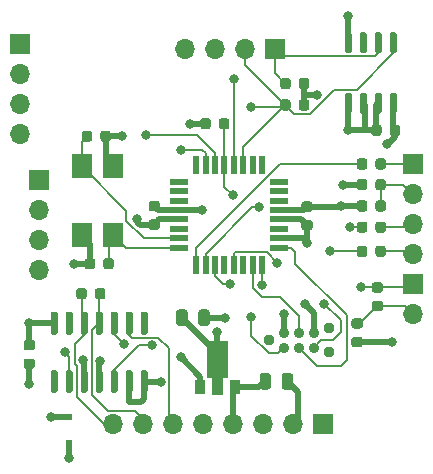
<source format=gbr>
%TF.GenerationSoftware,KiCad,Pcbnew,5.1.6-1.fc32*%
%TF.CreationDate,2020-08-28T03:42:22+01:00*%
%TF.ProjectId,ACNodeReader,41434e6f-6465-4526-9561-6465722e6b69,rev?*%
%TF.SameCoordinates,Original*%
%TF.FileFunction,Copper,L1,Top*%
%TF.FilePolarity,Positive*%
%FSLAX46Y46*%
G04 Gerber Fmt 4.6, Leading zero omitted, Abs format (unit mm)*
G04 Created by KiCad (PCBNEW 5.1.6-1.fc32) date 2020-08-28 03:42:22*
%MOMM*%
%LPD*%
G01*
G04 APERTURE LIST*
%TA.AperFunction,ComponentPad*%
%ADD10O,1.700000X1.700000*%
%TD*%
%TA.AperFunction,ComponentPad*%
%ADD11R,1.700000X1.700000*%
%TD*%
%TA.AperFunction,SMDPad,CuDef*%
%ADD12R,0.500000X0.500000*%
%TD*%
%TA.AperFunction,SMDPad,CuDef*%
%ADD13R,1.700000X2.100000*%
%TD*%
%TA.AperFunction,SMDPad,CuDef*%
%ADD14R,0.550000X1.600000*%
%TD*%
%TA.AperFunction,SMDPad,CuDef*%
%ADD15R,1.600000X0.550000*%
%TD*%
%TA.AperFunction,SMDPad,CuDef*%
%ADD16C,0.100000*%
%TD*%
%TA.AperFunction,SMDPad,CuDef*%
%ADD17R,0.900000X1.300000*%
%TD*%
%TA.AperFunction,ConnectorPad*%
%ADD18C,0.889000*%
%TD*%
%TA.AperFunction,ComponentPad*%
%ADD19C,0.949960*%
%TD*%
%TA.AperFunction,ViaPad*%
%ADD20C,0.800000*%
%TD*%
%TA.AperFunction,Conductor*%
%ADD21C,0.500000*%
%TD*%
%TA.AperFunction,Conductor*%
%ADD22C,0.160000*%
%TD*%
G04 APERTURE END LIST*
D10*
%TO.P,J7,4*%
%TO.N,i2c_SDA*%
X112522000Y-73660000D03*
%TO.P,J7,3*%
%TO.N,i2c_SCL*%
X112522000Y-71120000D03*
%TO.P,J7,2*%
%TO.N,GND*%
X112522000Y-68580000D03*
D11*
%TO.P,J7,1*%
%TO.N,+5V*%
X112522000Y-66040000D03*
%TD*%
D12*
%TO.P,D1,2*%
%TO.N,GND*%
X116649500Y-97642500D03*
%TO.P,D1,1*%
%TO.N,+12V*%
X116649500Y-99842500D03*
%TD*%
D10*
%TO.P,J6,4*%
%TO.N,GND*%
X114109500Y-85217000D03*
%TO.P,J6,3*%
%TO.N,+5V*%
X114109500Y-82677000D03*
%TO.P,J6,2*%
%TO.N,/uC_RX*%
X114109500Y-80137000D03*
D11*
%TO.P,J6,1*%
%TO.N,/uC_TX*%
X114109500Y-77597000D03*
%TD*%
D10*
%TO.P,J5,4*%
%TO.N,Net-(J5-Pad4)*%
X145732500Y-83820000D03*
%TO.P,J5,3*%
%TO.N,Net-(J5-Pad3)*%
X145732500Y-81280000D03*
%TO.P,J5,2*%
%TO.N,Net-(J5-Pad2)*%
X145732500Y-78740000D03*
D11*
%TO.P,J5,1*%
%TO.N,Net-(J5-Pad1)*%
X145732500Y-76200000D03*
%TD*%
D10*
%TO.P,J4,2*%
%TO.N,Net-(C10-Pad2)*%
X145732500Y-88900000D03*
D11*
%TO.P,J4,1*%
%TO.N,Net-(C10-Pad1)*%
X145732500Y-86360000D03*
%TD*%
D10*
%TO.P,J1,8*%
%TO.N,/RX+*%
X120396000Y-98200000D03*
%TO.P,J1,7*%
%TO.N,/RX-*%
X122936000Y-98200000D03*
%TO.P,J1,6*%
%TO.N,/TX+*%
X125476000Y-98200000D03*
%TO.P,J1,5*%
%TO.N,+12V*%
X128016000Y-98200000D03*
%TO.P,J1,4*%
X130556000Y-98200000D03*
%TO.P,J1,3*%
%TO.N,/TX-*%
X133096000Y-98200000D03*
%TO.P,J1,2*%
%TO.N,GND*%
X135636000Y-98200000D03*
D11*
%TO.P,J1,1*%
X138176000Y-98200000D03*
%TD*%
D13*
%TO.P,Y1,4*%
%TO.N,GND*%
X120400000Y-76350000D03*
%TO.P,Y1,3*%
%TO.N,Net-(C5-Pad2)*%
X120400000Y-82250000D03*
%TO.P,Y1,2*%
%TO.N,GND*%
X117700000Y-82250000D03*
%TO.P,Y1,1*%
%TO.N,Net-(C4-Pad2)*%
X117700000Y-76350000D03*
%TD*%
%TO.P,U4,8*%
%TO.N,+5V*%
%TA.AperFunction,SMDPad,CuDef*%
G36*
G01*
X143955000Y-70200000D02*
X144255000Y-70200000D01*
G75*
G02*
X144405000Y-70350000I0J-150000D01*
G01*
X144405000Y-71800000D01*
G75*
G02*
X144255000Y-71950000I-150000J0D01*
G01*
X143955000Y-71950000D01*
G75*
G02*
X143805000Y-71800000I0J150000D01*
G01*
X143805000Y-70350000D01*
G75*
G02*
X143955000Y-70200000I150000J0D01*
G01*
G37*
%TD.AperFunction*%
%TO.P,U4,7*%
%TO.N,GND*%
%TA.AperFunction,SMDPad,CuDef*%
G36*
G01*
X142685000Y-70200000D02*
X142985000Y-70200000D01*
G75*
G02*
X143135000Y-70350000I0J-150000D01*
G01*
X143135000Y-71800000D01*
G75*
G02*
X142985000Y-71950000I-150000J0D01*
G01*
X142685000Y-71950000D01*
G75*
G02*
X142535000Y-71800000I0J150000D01*
G01*
X142535000Y-70350000D01*
G75*
G02*
X142685000Y-70200000I150000J0D01*
G01*
G37*
%TD.AperFunction*%
%TO.P,U4,6*%
%TA.AperFunction,SMDPad,CuDef*%
G36*
G01*
X141415000Y-70200000D02*
X141715000Y-70200000D01*
G75*
G02*
X141865000Y-70350000I0J-150000D01*
G01*
X141865000Y-71800000D01*
G75*
G02*
X141715000Y-71950000I-150000J0D01*
G01*
X141415000Y-71950000D01*
G75*
G02*
X141265000Y-71800000I0J150000D01*
G01*
X141265000Y-70350000D01*
G75*
G02*
X141415000Y-70200000I150000J0D01*
G01*
G37*
%TD.AperFunction*%
%TO.P,U4,5*%
%TA.AperFunction,SMDPad,CuDef*%
G36*
G01*
X140145000Y-70200000D02*
X140445000Y-70200000D01*
G75*
G02*
X140595000Y-70350000I0J-150000D01*
G01*
X140595000Y-71800000D01*
G75*
G02*
X140445000Y-71950000I-150000J0D01*
G01*
X140145000Y-71950000D01*
G75*
G02*
X139995000Y-71800000I0J150000D01*
G01*
X139995000Y-70350000D01*
G75*
G02*
X140145000Y-70200000I150000J0D01*
G01*
G37*
%TD.AperFunction*%
%TO.P,U4,4*%
%TA.AperFunction,SMDPad,CuDef*%
G36*
G01*
X140145000Y-65050000D02*
X140445000Y-65050000D01*
G75*
G02*
X140595000Y-65200000I0J-150000D01*
G01*
X140595000Y-66650000D01*
G75*
G02*
X140445000Y-66800000I-150000J0D01*
G01*
X140145000Y-66800000D01*
G75*
G02*
X139995000Y-66650000I0J150000D01*
G01*
X139995000Y-65200000D01*
G75*
G02*
X140145000Y-65050000I150000J0D01*
G01*
G37*
%TD.AperFunction*%
%TO.P,U4,3*%
%TO.N,Net-(U4-Pad3)*%
%TA.AperFunction,SMDPad,CuDef*%
G36*
G01*
X141415000Y-65050000D02*
X141715000Y-65050000D01*
G75*
G02*
X141865000Y-65200000I0J-150000D01*
G01*
X141865000Y-66650000D01*
G75*
G02*
X141715000Y-66800000I-150000J0D01*
G01*
X141415000Y-66800000D01*
G75*
G02*
X141265000Y-66650000I0J150000D01*
G01*
X141265000Y-65200000D01*
G75*
G02*
X141415000Y-65050000I150000J0D01*
G01*
G37*
%TD.AperFunction*%
%TO.P,U4,2*%
%TO.N,i2c_SCL*%
%TA.AperFunction,SMDPad,CuDef*%
G36*
G01*
X142685000Y-65050000D02*
X142985000Y-65050000D01*
G75*
G02*
X143135000Y-65200000I0J-150000D01*
G01*
X143135000Y-66650000D01*
G75*
G02*
X142985000Y-66800000I-150000J0D01*
G01*
X142685000Y-66800000D01*
G75*
G02*
X142535000Y-66650000I0J150000D01*
G01*
X142535000Y-65200000D01*
G75*
G02*
X142685000Y-65050000I150000J0D01*
G01*
G37*
%TD.AperFunction*%
%TO.P,U4,1*%
%TO.N,i2c_SDA*%
%TA.AperFunction,SMDPad,CuDef*%
G36*
G01*
X143955000Y-65050000D02*
X144255000Y-65050000D01*
G75*
G02*
X144405000Y-65200000I0J-150000D01*
G01*
X144405000Y-66650000D01*
G75*
G02*
X144255000Y-66800000I-150000J0D01*
G01*
X143955000Y-66800000D01*
G75*
G02*
X143805000Y-66650000I0J150000D01*
G01*
X143805000Y-65200000D01*
G75*
G02*
X143955000Y-65050000I150000J0D01*
G01*
G37*
%TD.AperFunction*%
%TD*%
%TO.P,U3,14*%
%TO.N,+5V*%
%TA.AperFunction,SMDPad,CuDef*%
G36*
G01*
X115529500Y-90650000D02*
X115229500Y-90650000D01*
G75*
G02*
X115079500Y-90500000I0J150000D01*
G01*
X115079500Y-88850000D01*
G75*
G02*
X115229500Y-88700000I150000J0D01*
G01*
X115529500Y-88700000D01*
G75*
G02*
X115679500Y-88850000I0J-150000D01*
G01*
X115679500Y-90500000D01*
G75*
G02*
X115529500Y-90650000I-150000J0D01*
G01*
G37*
%TD.AperFunction*%
%TO.P,U3,13*%
%TO.N,N/C*%
%TA.AperFunction,SMDPad,CuDef*%
G36*
G01*
X116799500Y-90650000D02*
X116499500Y-90650000D01*
G75*
G02*
X116349500Y-90500000I0J150000D01*
G01*
X116349500Y-88850000D01*
G75*
G02*
X116499500Y-88700000I150000J0D01*
G01*
X116799500Y-88700000D01*
G75*
G02*
X116949500Y-88850000I0J-150000D01*
G01*
X116949500Y-90500000D01*
G75*
G02*
X116799500Y-90650000I-150000J0D01*
G01*
G37*
%TD.AperFunction*%
%TO.P,U3,12*%
%TO.N,/RX+*%
%TA.AperFunction,SMDPad,CuDef*%
G36*
G01*
X118069500Y-90650000D02*
X117769500Y-90650000D01*
G75*
G02*
X117619500Y-90500000I0J150000D01*
G01*
X117619500Y-88850000D01*
G75*
G02*
X117769500Y-88700000I150000J0D01*
G01*
X118069500Y-88700000D01*
G75*
G02*
X118219500Y-88850000I0J-150000D01*
G01*
X118219500Y-90500000D01*
G75*
G02*
X118069500Y-90650000I-150000J0D01*
G01*
G37*
%TD.AperFunction*%
%TO.P,U3,11*%
%TO.N,/RX-*%
%TA.AperFunction,SMDPad,CuDef*%
G36*
G01*
X119339500Y-90650000D02*
X119039500Y-90650000D01*
G75*
G02*
X118889500Y-90500000I0J150000D01*
G01*
X118889500Y-88850000D01*
G75*
G02*
X119039500Y-88700000I150000J0D01*
G01*
X119339500Y-88700000D01*
G75*
G02*
X119489500Y-88850000I0J-150000D01*
G01*
X119489500Y-90500000D01*
G75*
G02*
X119339500Y-90650000I-150000J0D01*
G01*
G37*
%TD.AperFunction*%
%TO.P,U3,10*%
%TO.N,/TX-*%
%TA.AperFunction,SMDPad,CuDef*%
G36*
G01*
X120609500Y-90650000D02*
X120309500Y-90650000D01*
G75*
G02*
X120159500Y-90500000I0J150000D01*
G01*
X120159500Y-88850000D01*
G75*
G02*
X120309500Y-88700000I150000J0D01*
G01*
X120609500Y-88700000D01*
G75*
G02*
X120759500Y-88850000I0J-150000D01*
G01*
X120759500Y-90500000D01*
G75*
G02*
X120609500Y-90650000I-150000J0D01*
G01*
G37*
%TD.AperFunction*%
%TO.P,U3,9*%
%TO.N,/TX+*%
%TA.AperFunction,SMDPad,CuDef*%
G36*
G01*
X121879500Y-90650000D02*
X121579500Y-90650000D01*
G75*
G02*
X121429500Y-90500000I0J150000D01*
G01*
X121429500Y-88850000D01*
G75*
G02*
X121579500Y-88700000I150000J0D01*
G01*
X121879500Y-88700000D01*
G75*
G02*
X122029500Y-88850000I0J-150000D01*
G01*
X122029500Y-90500000D01*
G75*
G02*
X121879500Y-90650000I-150000J0D01*
G01*
G37*
%TD.AperFunction*%
%TO.P,U3,8*%
%TO.N,N/C*%
%TA.AperFunction,SMDPad,CuDef*%
G36*
G01*
X123149500Y-90650000D02*
X122849500Y-90650000D01*
G75*
G02*
X122699500Y-90500000I0J150000D01*
G01*
X122699500Y-88850000D01*
G75*
G02*
X122849500Y-88700000I150000J0D01*
G01*
X123149500Y-88700000D01*
G75*
G02*
X123299500Y-88850000I0J-150000D01*
G01*
X123299500Y-90500000D01*
G75*
G02*
X123149500Y-90650000I-150000J0D01*
G01*
G37*
%TD.AperFunction*%
%TO.P,U3,7*%
%TO.N,GND*%
%TA.AperFunction,SMDPad,CuDef*%
G36*
G01*
X123149500Y-95600000D02*
X122849500Y-95600000D01*
G75*
G02*
X122699500Y-95450000I0J150000D01*
G01*
X122699500Y-93800000D01*
G75*
G02*
X122849500Y-93650000I150000J0D01*
G01*
X123149500Y-93650000D01*
G75*
G02*
X123299500Y-93800000I0J-150000D01*
G01*
X123299500Y-95450000D01*
G75*
G02*
X123149500Y-95600000I-150000J0D01*
G01*
G37*
%TD.AperFunction*%
%TO.P,U3,6*%
%TA.AperFunction,SMDPad,CuDef*%
G36*
G01*
X121879500Y-95600000D02*
X121579500Y-95600000D01*
G75*
G02*
X121429500Y-95450000I0J150000D01*
G01*
X121429500Y-93800000D01*
G75*
G02*
X121579500Y-93650000I150000J0D01*
G01*
X121879500Y-93650000D01*
G75*
G02*
X122029500Y-93800000I0J-150000D01*
G01*
X122029500Y-95450000D01*
G75*
G02*
X121879500Y-95600000I-150000J0D01*
G01*
G37*
%TD.AperFunction*%
%TO.P,U3,5*%
%TO.N,/uC_TX*%
%TA.AperFunction,SMDPad,CuDef*%
G36*
G01*
X120609500Y-95600000D02*
X120309500Y-95600000D01*
G75*
G02*
X120159500Y-95450000I0J150000D01*
G01*
X120159500Y-93800000D01*
G75*
G02*
X120309500Y-93650000I150000J0D01*
G01*
X120609500Y-93650000D01*
G75*
G02*
X120759500Y-93800000I0J-150000D01*
G01*
X120759500Y-95450000D01*
G75*
G02*
X120609500Y-95600000I-150000J0D01*
G01*
G37*
%TD.AperFunction*%
%TO.P,U3,4*%
%TO.N,+5V*%
%TA.AperFunction,SMDPad,CuDef*%
G36*
G01*
X119339500Y-95600000D02*
X119039500Y-95600000D01*
G75*
G02*
X118889500Y-95450000I0J150000D01*
G01*
X118889500Y-93800000D01*
G75*
G02*
X119039500Y-93650000I150000J0D01*
G01*
X119339500Y-93650000D01*
G75*
G02*
X119489500Y-93800000I0J-150000D01*
G01*
X119489500Y-95450000D01*
G75*
G02*
X119339500Y-95600000I-150000J0D01*
G01*
G37*
%TD.AperFunction*%
%TO.P,U3,3*%
%TO.N,GND*%
%TA.AperFunction,SMDPad,CuDef*%
G36*
G01*
X118069500Y-95600000D02*
X117769500Y-95600000D01*
G75*
G02*
X117619500Y-95450000I0J150000D01*
G01*
X117619500Y-93800000D01*
G75*
G02*
X117769500Y-93650000I150000J0D01*
G01*
X118069500Y-93650000D01*
G75*
G02*
X118219500Y-93800000I0J-150000D01*
G01*
X118219500Y-95450000D01*
G75*
G02*
X118069500Y-95600000I-150000J0D01*
G01*
G37*
%TD.AperFunction*%
%TO.P,U3,2*%
%TO.N,/uC_RX*%
%TA.AperFunction,SMDPad,CuDef*%
G36*
G01*
X116799500Y-95600000D02*
X116499500Y-95600000D01*
G75*
G02*
X116349500Y-95450000I0J150000D01*
G01*
X116349500Y-93800000D01*
G75*
G02*
X116499500Y-93650000I150000J0D01*
G01*
X116799500Y-93650000D01*
G75*
G02*
X116949500Y-93800000I0J-150000D01*
G01*
X116949500Y-95450000D01*
G75*
G02*
X116799500Y-95600000I-150000J0D01*
G01*
G37*
%TD.AperFunction*%
%TO.P,U3,1*%
%TO.N,N/C*%
%TA.AperFunction,SMDPad,CuDef*%
G36*
G01*
X115529500Y-95600000D02*
X115229500Y-95600000D01*
G75*
G02*
X115079500Y-95450000I0J150000D01*
G01*
X115079500Y-93800000D01*
G75*
G02*
X115229500Y-93650000I150000J0D01*
G01*
X115529500Y-93650000D01*
G75*
G02*
X115679500Y-93800000I0J-150000D01*
G01*
X115679500Y-95450000D01*
G75*
G02*
X115529500Y-95600000I-150000J0D01*
G01*
G37*
%TD.AperFunction*%
%TD*%
D14*
%TO.P,U2,32*%
%TO.N,Net-(U2-Pad32)*%
X127400000Y-76250000D03*
%TO.P,U2,31*%
%TO.N,/uC_TX*%
X128200000Y-76250000D03*
%TO.P,U2,30*%
%TO.N,/uC_RX*%
X129000000Y-76250000D03*
%TO.P,U2,29*%
%TO.N,Net-(J2-Pad5)*%
X129800000Y-76250000D03*
%TO.P,U2,28*%
%TO.N,i2c_SCL*%
X130600000Y-76250000D03*
%TO.P,U2,27*%
%TO.N,i2c_SDA*%
X131400000Y-76250000D03*
%TO.P,U2,26*%
%TO.N,Net-(U2-Pad26)*%
X132200000Y-76250000D03*
%TO.P,U2,25*%
%TO.N,Net-(U2-Pad25)*%
X133000000Y-76250000D03*
D15*
%TO.P,U2,24*%
%TO.N,Net-(U2-Pad24)*%
X134450000Y-77700000D03*
%TO.P,U2,23*%
%TO.N,Net-(U2-Pad23)*%
X134450000Y-78500000D03*
%TO.P,U2,22*%
%TO.N,Net-(U2-Pad22)*%
X134450000Y-79300000D03*
%TO.P,U2,21*%
%TO.N,GND*%
X134450000Y-80100000D03*
%TO.P,U2,20*%
%TO.N,+5V*%
X134450000Y-80900000D03*
%TO.P,U2,19*%
%TO.N,Net-(U2-Pad19)*%
X134450000Y-81700000D03*
%TO.P,U2,18*%
%TO.N,+5V*%
X134450000Y-82500000D03*
%TO.P,U2,17*%
%TO.N,Net-(J2-Pad3)*%
X134450000Y-83300000D03*
D14*
%TO.P,U2,16*%
%TO.N,Net-(J2-Pad1)*%
X133000000Y-84750000D03*
%TO.P,U2,15*%
%TO.N,Net-(J2-Pad4)*%
X132200000Y-84750000D03*
%TO.P,U2,14*%
%TO.N,Net-(U2-Pad14)*%
X131400000Y-84750000D03*
%TO.P,U2,13*%
%TO.N,/LED3*%
X130600000Y-84750000D03*
%TO.P,U2,12*%
%TO.N,Net-(U2-Pad12)*%
X129800000Y-84750000D03*
%TO.P,U2,11*%
%TO.N,Net-(C10-Pad1)*%
X129000000Y-84750000D03*
%TO.P,U2,10*%
%TO.N,/LED2*%
X128200000Y-84750000D03*
%TO.P,U2,9*%
%TO.N,/LED1*%
X127400000Y-84750000D03*
D15*
%TO.P,U2,8*%
%TO.N,Net-(C5-Pad2)*%
X125950000Y-83300000D03*
%TO.P,U2,7*%
%TO.N,Net-(C4-Pad2)*%
X125950000Y-82500000D03*
%TO.P,U2,6*%
%TO.N,Net-(U2-Pad6)*%
X125950000Y-81700000D03*
%TO.P,U2,5*%
%TO.N,GND*%
X125950000Y-80900000D03*
%TO.P,U2,4*%
%TO.N,+5V*%
X125950000Y-80100000D03*
%TO.P,U2,3*%
%TO.N,Net-(U2-Pad3)*%
X125950000Y-79300000D03*
%TO.P,U2,2*%
%TO.N,Net-(U2-Pad2)*%
X125950000Y-78500000D03*
%TO.P,U2,1*%
%TO.N,Net-(U2-Pad1)*%
X125950000Y-77700000D03*
%TD*%
%TA.AperFunction,SMDPad,CuDef*%
D16*
%TO.P,U1,2*%
%TO.N,GND*%
G36*
X130089000Y-91172000D02*
G01*
X130089000Y-94297000D01*
X129672500Y-94297000D01*
X129672500Y-95772000D01*
X128772500Y-95772000D01*
X128772500Y-94297000D01*
X128356000Y-94297000D01*
X128356000Y-91172000D01*
X130089000Y-91172000D01*
G37*
%TD.AperFunction*%
D17*
%TO.P,U1,3*%
%TO.N,+12V*%
X130722500Y-95122000D03*
%TO.P,U1,1*%
%TO.N,+5V*%
X127722500Y-95122000D03*
%TD*%
%TO.P,R11,2*%
%TO.N,+5V*%
%TA.AperFunction,SMDPad,CuDef*%
G36*
G01*
X140777250Y-90837500D02*
X141289750Y-90837500D01*
G75*
G02*
X141508500Y-91056250I0J-218750D01*
G01*
X141508500Y-91493750D01*
G75*
G02*
X141289750Y-91712500I-218750J0D01*
G01*
X140777250Y-91712500D01*
G75*
G02*
X140558500Y-91493750I0J218750D01*
G01*
X140558500Y-91056250D01*
G75*
G02*
X140777250Y-90837500I218750J0D01*
G01*
G37*
%TD.AperFunction*%
%TO.P,R11,1*%
%TO.N,Net-(C10-Pad2)*%
%TA.AperFunction,SMDPad,CuDef*%
G36*
G01*
X140777250Y-89262500D02*
X141289750Y-89262500D01*
G75*
G02*
X141508500Y-89481250I0J-218750D01*
G01*
X141508500Y-89918750D01*
G75*
G02*
X141289750Y-90137500I-218750J0D01*
G01*
X140777250Y-90137500D01*
G75*
G02*
X140558500Y-89918750I0J218750D01*
G01*
X140558500Y-89481250D01*
G75*
G02*
X140777250Y-89262500I218750J0D01*
G01*
G37*
%TD.AperFunction*%
%TD*%
%TO.P,R9,2*%
%TO.N,Net-(J5-Pad2)*%
%TA.AperFunction,SMDPad,CuDef*%
G36*
G01*
X142590000Y-78206250D02*
X142590000Y-77693750D01*
G75*
G02*
X142808750Y-77475000I218750J0D01*
G01*
X143246250Y-77475000D01*
G75*
G02*
X143465000Y-77693750I0J-218750D01*
G01*
X143465000Y-78206250D01*
G75*
G02*
X143246250Y-78425000I-218750J0D01*
G01*
X142808750Y-78425000D01*
G75*
G02*
X142590000Y-78206250I0J218750D01*
G01*
G37*
%TD.AperFunction*%
%TO.P,R9,1*%
%TO.N,+5V*%
%TA.AperFunction,SMDPad,CuDef*%
G36*
G01*
X141015000Y-78206250D02*
X141015000Y-77693750D01*
G75*
G02*
X141233750Y-77475000I218750J0D01*
G01*
X141671250Y-77475000D01*
G75*
G02*
X141890000Y-77693750I0J-218750D01*
G01*
X141890000Y-78206250D01*
G75*
G02*
X141671250Y-78425000I-218750J0D01*
G01*
X141233750Y-78425000D01*
G75*
G02*
X141015000Y-78206250I0J218750D01*
G01*
G37*
%TD.AperFunction*%
%TD*%
%TO.P,R8,2*%
%TO.N,GND*%
%TA.AperFunction,SMDPad,CuDef*%
G36*
G01*
X141890000Y-79493750D02*
X141890000Y-80006250D01*
G75*
G02*
X141671250Y-80225000I-218750J0D01*
G01*
X141233750Y-80225000D01*
G75*
G02*
X141015000Y-80006250I0J218750D01*
G01*
X141015000Y-79493750D01*
G75*
G02*
X141233750Y-79275000I218750J0D01*
G01*
X141671250Y-79275000D01*
G75*
G02*
X141890000Y-79493750I0J-218750D01*
G01*
G37*
%TD.AperFunction*%
%TO.P,R8,1*%
%TO.N,Net-(J5-Pad2)*%
%TA.AperFunction,SMDPad,CuDef*%
G36*
G01*
X143465000Y-79493750D02*
X143465000Y-80006250D01*
G75*
G02*
X143246250Y-80225000I-218750J0D01*
G01*
X142808750Y-80225000D01*
G75*
G02*
X142590000Y-80006250I0J218750D01*
G01*
X142590000Y-79493750D01*
G75*
G02*
X142808750Y-79275000I218750J0D01*
G01*
X143246250Y-79275000D01*
G75*
G02*
X143465000Y-79493750I0J-218750D01*
G01*
G37*
%TD.AperFunction*%
%TD*%
%TO.P,R7,2*%
%TO.N,/LED3*%
%TA.AperFunction,SMDPad,CuDef*%
G36*
G01*
X141890000Y-83343750D02*
X141890000Y-83856250D01*
G75*
G02*
X141671250Y-84075000I-218750J0D01*
G01*
X141233750Y-84075000D01*
G75*
G02*
X141015000Y-83856250I0J218750D01*
G01*
X141015000Y-83343750D01*
G75*
G02*
X141233750Y-83125000I218750J0D01*
G01*
X141671250Y-83125000D01*
G75*
G02*
X141890000Y-83343750I0J-218750D01*
G01*
G37*
%TD.AperFunction*%
%TO.P,R7,1*%
%TO.N,Net-(J5-Pad4)*%
%TA.AperFunction,SMDPad,CuDef*%
G36*
G01*
X143465000Y-83343750D02*
X143465000Y-83856250D01*
G75*
G02*
X143246250Y-84075000I-218750J0D01*
G01*
X142808750Y-84075000D01*
G75*
G02*
X142590000Y-83856250I0J218750D01*
G01*
X142590000Y-83343750D01*
G75*
G02*
X142808750Y-83125000I218750J0D01*
G01*
X143246250Y-83125000D01*
G75*
G02*
X143465000Y-83343750I0J-218750D01*
G01*
G37*
%TD.AperFunction*%
%TD*%
%TO.P,R6,2*%
%TO.N,/LED2*%
%TA.AperFunction,SMDPad,CuDef*%
G36*
G01*
X141890000Y-81293750D02*
X141890000Y-81806250D01*
G75*
G02*
X141671250Y-82025000I-218750J0D01*
G01*
X141233750Y-82025000D01*
G75*
G02*
X141015000Y-81806250I0J218750D01*
G01*
X141015000Y-81293750D01*
G75*
G02*
X141233750Y-81075000I218750J0D01*
G01*
X141671250Y-81075000D01*
G75*
G02*
X141890000Y-81293750I0J-218750D01*
G01*
G37*
%TD.AperFunction*%
%TO.P,R6,1*%
%TO.N,Net-(J5-Pad3)*%
%TA.AperFunction,SMDPad,CuDef*%
G36*
G01*
X143465000Y-81293750D02*
X143465000Y-81806250D01*
G75*
G02*
X143246250Y-82025000I-218750J0D01*
G01*
X142808750Y-82025000D01*
G75*
G02*
X142590000Y-81806250I0J218750D01*
G01*
X142590000Y-81293750D01*
G75*
G02*
X142808750Y-81075000I218750J0D01*
G01*
X143246250Y-81075000D01*
G75*
G02*
X143465000Y-81293750I0J-218750D01*
G01*
G37*
%TD.AperFunction*%
%TD*%
%TO.P,R5,2*%
%TO.N,/LED1*%
%TA.AperFunction,SMDPad,CuDef*%
G36*
G01*
X141890000Y-75943750D02*
X141890000Y-76456250D01*
G75*
G02*
X141671250Y-76675000I-218750J0D01*
G01*
X141233750Y-76675000D01*
G75*
G02*
X141015000Y-76456250I0J218750D01*
G01*
X141015000Y-75943750D01*
G75*
G02*
X141233750Y-75725000I218750J0D01*
G01*
X141671250Y-75725000D01*
G75*
G02*
X141890000Y-75943750I0J-218750D01*
G01*
G37*
%TD.AperFunction*%
%TO.P,R5,1*%
%TO.N,Net-(J5-Pad1)*%
%TA.AperFunction,SMDPad,CuDef*%
G36*
G01*
X143465000Y-75943750D02*
X143465000Y-76456250D01*
G75*
G02*
X143246250Y-76675000I-218750J0D01*
G01*
X142808750Y-76675000D01*
G75*
G02*
X142590000Y-76456250I0J218750D01*
G01*
X142590000Y-75943750D01*
G75*
G02*
X142808750Y-75725000I218750J0D01*
G01*
X143246250Y-75725000D01*
G75*
G02*
X143465000Y-75943750I0J-218750D01*
G01*
G37*
%TD.AperFunction*%
%TD*%
%TO.P,R4,2*%
%TO.N,Net-(J2-Pad5)*%
%TA.AperFunction,SMDPad,CuDef*%
G36*
G01*
X129337500Y-73056250D02*
X129337500Y-72543750D01*
G75*
G02*
X129556250Y-72325000I218750J0D01*
G01*
X129993750Y-72325000D01*
G75*
G02*
X130212500Y-72543750I0J-218750D01*
G01*
X130212500Y-73056250D01*
G75*
G02*
X129993750Y-73275000I-218750J0D01*
G01*
X129556250Y-73275000D01*
G75*
G02*
X129337500Y-73056250I0J218750D01*
G01*
G37*
%TD.AperFunction*%
%TO.P,R4,1*%
%TO.N,+5V*%
%TA.AperFunction,SMDPad,CuDef*%
G36*
G01*
X127762500Y-73056250D02*
X127762500Y-72543750D01*
G75*
G02*
X127981250Y-72325000I218750J0D01*
G01*
X128418750Y-72325000D01*
G75*
G02*
X128637500Y-72543750I0J-218750D01*
G01*
X128637500Y-73056250D01*
G75*
G02*
X128418750Y-73275000I-218750J0D01*
G01*
X127981250Y-73275000D01*
G75*
G02*
X127762500Y-73056250I0J218750D01*
G01*
G37*
%TD.AperFunction*%
%TD*%
%TO.P,R3,2*%
%TO.N,/RX-*%
%TA.AperFunction,SMDPad,CuDef*%
G36*
G01*
X118841000Y-87441750D02*
X118841000Y-86929250D01*
G75*
G02*
X119059750Y-86710500I218750J0D01*
G01*
X119497250Y-86710500D01*
G75*
G02*
X119716000Y-86929250I0J-218750D01*
G01*
X119716000Y-87441750D01*
G75*
G02*
X119497250Y-87660500I-218750J0D01*
G01*
X119059750Y-87660500D01*
G75*
G02*
X118841000Y-87441750I0J218750D01*
G01*
G37*
%TD.AperFunction*%
%TO.P,R3,1*%
%TO.N,/RX+*%
%TA.AperFunction,SMDPad,CuDef*%
G36*
G01*
X117266000Y-87441750D02*
X117266000Y-86929250D01*
G75*
G02*
X117484750Y-86710500I218750J0D01*
G01*
X117922250Y-86710500D01*
G75*
G02*
X118141000Y-86929250I0J-218750D01*
G01*
X118141000Y-87441750D01*
G75*
G02*
X117922250Y-87660500I-218750J0D01*
G01*
X117484750Y-87660500D01*
G75*
G02*
X117266000Y-87441750I0J218750D01*
G01*
G37*
%TD.AperFunction*%
%TD*%
%TO.P,R2,2*%
%TO.N,+5V*%
%TA.AperFunction,SMDPad,CuDef*%
G36*
G01*
X136100000Y-71456250D02*
X136100000Y-70943750D01*
G75*
G02*
X136318750Y-70725000I218750J0D01*
G01*
X136756250Y-70725000D01*
G75*
G02*
X136975000Y-70943750I0J-218750D01*
G01*
X136975000Y-71456250D01*
G75*
G02*
X136756250Y-71675000I-218750J0D01*
G01*
X136318750Y-71675000D01*
G75*
G02*
X136100000Y-71456250I0J218750D01*
G01*
G37*
%TD.AperFunction*%
%TO.P,R2,1*%
%TO.N,i2c_SDA*%
%TA.AperFunction,SMDPad,CuDef*%
G36*
G01*
X134525000Y-71456250D02*
X134525000Y-70943750D01*
G75*
G02*
X134743750Y-70725000I218750J0D01*
G01*
X135181250Y-70725000D01*
G75*
G02*
X135400000Y-70943750I0J-218750D01*
G01*
X135400000Y-71456250D01*
G75*
G02*
X135181250Y-71675000I-218750J0D01*
G01*
X134743750Y-71675000D01*
G75*
G02*
X134525000Y-71456250I0J218750D01*
G01*
G37*
%TD.AperFunction*%
%TD*%
%TO.P,R1,2*%
%TO.N,+5V*%
%TA.AperFunction,SMDPad,CuDef*%
G36*
G01*
X136100000Y-69656250D02*
X136100000Y-69143750D01*
G75*
G02*
X136318750Y-68925000I218750J0D01*
G01*
X136756250Y-68925000D01*
G75*
G02*
X136975000Y-69143750I0J-218750D01*
G01*
X136975000Y-69656250D01*
G75*
G02*
X136756250Y-69875000I-218750J0D01*
G01*
X136318750Y-69875000D01*
G75*
G02*
X136100000Y-69656250I0J218750D01*
G01*
G37*
%TD.AperFunction*%
%TO.P,R1,1*%
%TO.N,i2c_SCL*%
%TA.AperFunction,SMDPad,CuDef*%
G36*
G01*
X134525000Y-69656250D02*
X134525000Y-69143750D01*
G75*
G02*
X134743750Y-68925000I218750J0D01*
G01*
X135181250Y-68925000D01*
G75*
G02*
X135400000Y-69143750I0J-218750D01*
G01*
X135400000Y-69656250D01*
G75*
G02*
X135181250Y-69875000I-218750J0D01*
G01*
X134743750Y-69875000D01*
G75*
G02*
X134525000Y-69656250I0J218750D01*
G01*
G37*
%TD.AperFunction*%
%TD*%
D10*
%TO.P,J3,4*%
%TO.N,GND*%
X126480000Y-66500000D03*
%TO.P,J3,3*%
%TO.N,+5V*%
X129020000Y-66500000D03*
%TO.P,J3,2*%
%TO.N,i2c_SDA*%
X131560000Y-66500000D03*
D11*
%TO.P,J3,1*%
%TO.N,i2c_SCL*%
X134100000Y-66500000D03*
%TD*%
D18*
%TO.P,J2,6*%
%TO.N,GND*%
X137350500Y-90487500D03*
%TO.P,J2,5*%
%TO.N,Net-(J2-Pad5)*%
X137350500Y-91757500D03*
%TO.P,J2,4*%
%TO.N,Net-(J2-Pad4)*%
X136080500Y-90487500D03*
%TO.P,J2,3*%
%TO.N,Net-(J2-Pad3)*%
X136080500Y-91757500D03*
%TO.P,J2,2*%
%TO.N,+5V*%
X134810500Y-90487500D03*
%TO.P,J2,1*%
%TO.N,Net-(J2-Pad1)*%
X134810500Y-91757500D03*
D19*
%TO.P,J2,0*%
%TO.N,N/C*%
X138620500Y-92138500D03*
X138620500Y-90106500D03*
X133540500Y-91122500D03*
%TD*%
%TO.P,C10,2*%
%TO.N,Net-(C10-Pad2)*%
%TA.AperFunction,SMDPad,CuDef*%
G36*
G01*
X142491750Y-87789500D02*
X143004250Y-87789500D01*
G75*
G02*
X143223000Y-88008250I0J-218750D01*
G01*
X143223000Y-88445750D01*
G75*
G02*
X143004250Y-88664500I-218750J0D01*
G01*
X142491750Y-88664500D01*
G75*
G02*
X142273000Y-88445750I0J218750D01*
G01*
X142273000Y-88008250D01*
G75*
G02*
X142491750Y-87789500I218750J0D01*
G01*
G37*
%TD.AperFunction*%
%TO.P,C10,1*%
%TO.N,Net-(C10-Pad1)*%
%TA.AperFunction,SMDPad,CuDef*%
G36*
G01*
X142491750Y-86214500D02*
X143004250Y-86214500D01*
G75*
G02*
X143223000Y-86433250I0J-218750D01*
G01*
X143223000Y-86870750D01*
G75*
G02*
X143004250Y-87089500I-218750J0D01*
G01*
X142491750Y-87089500D01*
G75*
G02*
X142273000Y-86870750I0J218750D01*
G01*
X142273000Y-86433250D01*
G75*
G02*
X142491750Y-86214500I218750J0D01*
G01*
G37*
%TD.AperFunction*%
%TD*%
%TO.P,C9,2*%
%TO.N,GND*%
%TA.AperFunction,SMDPad,CuDef*%
G36*
G01*
X143100000Y-73093750D02*
X143100000Y-73606250D01*
G75*
G02*
X142881250Y-73825000I-218750J0D01*
G01*
X142443750Y-73825000D01*
G75*
G02*
X142225000Y-73606250I0J218750D01*
G01*
X142225000Y-73093750D01*
G75*
G02*
X142443750Y-72875000I218750J0D01*
G01*
X142881250Y-72875000D01*
G75*
G02*
X143100000Y-73093750I0J-218750D01*
G01*
G37*
%TD.AperFunction*%
%TO.P,C9,1*%
%TO.N,+5V*%
%TA.AperFunction,SMDPad,CuDef*%
G36*
G01*
X144675000Y-73093750D02*
X144675000Y-73606250D01*
G75*
G02*
X144456250Y-73825000I-218750J0D01*
G01*
X144018750Y-73825000D01*
G75*
G02*
X143800000Y-73606250I0J218750D01*
G01*
X143800000Y-73093750D01*
G75*
G02*
X144018750Y-72875000I218750J0D01*
G01*
X144456250Y-72875000D01*
G75*
G02*
X144675000Y-73093750I0J-218750D01*
G01*
G37*
%TD.AperFunction*%
%TD*%
%TO.P,C8,2*%
%TO.N,GND*%
%TA.AperFunction,SMDPad,CuDef*%
G36*
G01*
X123593750Y-80900000D02*
X124106250Y-80900000D01*
G75*
G02*
X124325000Y-81118750I0J-218750D01*
G01*
X124325000Y-81556250D01*
G75*
G02*
X124106250Y-81775000I-218750J0D01*
G01*
X123593750Y-81775000D01*
G75*
G02*
X123375000Y-81556250I0J218750D01*
G01*
X123375000Y-81118750D01*
G75*
G02*
X123593750Y-80900000I218750J0D01*
G01*
G37*
%TD.AperFunction*%
%TO.P,C8,1*%
%TO.N,+5V*%
%TA.AperFunction,SMDPad,CuDef*%
G36*
G01*
X123593750Y-79325000D02*
X124106250Y-79325000D01*
G75*
G02*
X124325000Y-79543750I0J-218750D01*
G01*
X124325000Y-79981250D01*
G75*
G02*
X124106250Y-80200000I-218750J0D01*
G01*
X123593750Y-80200000D01*
G75*
G02*
X123375000Y-79981250I0J218750D01*
G01*
X123375000Y-79543750D01*
G75*
G02*
X123593750Y-79325000I218750J0D01*
G01*
G37*
%TD.AperFunction*%
%TD*%
%TO.P,C6,2*%
%TO.N,GND*%
%TA.AperFunction,SMDPad,CuDef*%
G36*
G01*
X113027750Y-92679000D02*
X113540250Y-92679000D01*
G75*
G02*
X113759000Y-92897750I0J-218750D01*
G01*
X113759000Y-93335250D01*
G75*
G02*
X113540250Y-93554000I-218750J0D01*
G01*
X113027750Y-93554000D01*
G75*
G02*
X112809000Y-93335250I0J218750D01*
G01*
X112809000Y-92897750D01*
G75*
G02*
X113027750Y-92679000I218750J0D01*
G01*
G37*
%TD.AperFunction*%
%TO.P,C6,1*%
%TO.N,+5V*%
%TA.AperFunction,SMDPad,CuDef*%
G36*
G01*
X113027750Y-91104000D02*
X113540250Y-91104000D01*
G75*
G02*
X113759000Y-91322750I0J-218750D01*
G01*
X113759000Y-91760250D01*
G75*
G02*
X113540250Y-91979000I-218750J0D01*
G01*
X113027750Y-91979000D01*
G75*
G02*
X112809000Y-91760250I0J218750D01*
G01*
X112809000Y-91322750D01*
G75*
G02*
X113027750Y-91104000I218750J0D01*
G01*
G37*
%TD.AperFunction*%
%TD*%
%TO.P,C5,2*%
%TO.N,Net-(C5-Pad2)*%
%TA.AperFunction,SMDPad,CuDef*%
G36*
G01*
X119550000Y-84906250D02*
X119550000Y-84393750D01*
G75*
G02*
X119768750Y-84175000I218750J0D01*
G01*
X120206250Y-84175000D01*
G75*
G02*
X120425000Y-84393750I0J-218750D01*
G01*
X120425000Y-84906250D01*
G75*
G02*
X120206250Y-85125000I-218750J0D01*
G01*
X119768750Y-85125000D01*
G75*
G02*
X119550000Y-84906250I0J218750D01*
G01*
G37*
%TD.AperFunction*%
%TO.P,C5,1*%
%TO.N,GND*%
%TA.AperFunction,SMDPad,CuDef*%
G36*
G01*
X117975000Y-84906250D02*
X117975000Y-84393750D01*
G75*
G02*
X118193750Y-84175000I218750J0D01*
G01*
X118631250Y-84175000D01*
G75*
G02*
X118850000Y-84393750I0J-218750D01*
G01*
X118850000Y-84906250D01*
G75*
G02*
X118631250Y-85125000I-218750J0D01*
G01*
X118193750Y-85125000D01*
G75*
G02*
X117975000Y-84906250I0J218750D01*
G01*
G37*
%TD.AperFunction*%
%TD*%
%TO.P,C4,2*%
%TO.N,Net-(C4-Pad2)*%
%TA.AperFunction,SMDPad,CuDef*%
G36*
G01*
X118600000Y-73593750D02*
X118600000Y-74106250D01*
G75*
G02*
X118381250Y-74325000I-218750J0D01*
G01*
X117943750Y-74325000D01*
G75*
G02*
X117725000Y-74106250I0J218750D01*
G01*
X117725000Y-73593750D01*
G75*
G02*
X117943750Y-73375000I218750J0D01*
G01*
X118381250Y-73375000D01*
G75*
G02*
X118600000Y-73593750I0J-218750D01*
G01*
G37*
%TD.AperFunction*%
%TO.P,C4,1*%
%TO.N,GND*%
%TA.AperFunction,SMDPad,CuDef*%
G36*
G01*
X120175000Y-73593750D02*
X120175000Y-74106250D01*
G75*
G02*
X119956250Y-74325000I-218750J0D01*
G01*
X119518750Y-74325000D01*
G75*
G02*
X119300000Y-74106250I0J218750D01*
G01*
X119300000Y-73593750D01*
G75*
G02*
X119518750Y-73375000I218750J0D01*
G01*
X119956250Y-73375000D01*
G75*
G02*
X120175000Y-73593750I0J-218750D01*
G01*
G37*
%TD.AperFunction*%
%TD*%
%TO.P,C3,2*%
%TO.N,+5V*%
%TA.AperFunction,SMDPad,CuDef*%
G36*
G01*
X136543750Y-80950000D02*
X137056250Y-80950000D01*
G75*
G02*
X137275000Y-81168750I0J-218750D01*
G01*
X137275000Y-81606250D01*
G75*
G02*
X137056250Y-81825000I-218750J0D01*
G01*
X136543750Y-81825000D01*
G75*
G02*
X136325000Y-81606250I0J218750D01*
G01*
X136325000Y-81168750D01*
G75*
G02*
X136543750Y-80950000I218750J0D01*
G01*
G37*
%TD.AperFunction*%
%TO.P,C3,1*%
%TO.N,GND*%
%TA.AperFunction,SMDPad,CuDef*%
G36*
G01*
X136543750Y-79375000D02*
X137056250Y-79375000D01*
G75*
G02*
X137275000Y-79593750I0J-218750D01*
G01*
X137275000Y-80031250D01*
G75*
G02*
X137056250Y-80250000I-218750J0D01*
G01*
X136543750Y-80250000D01*
G75*
G02*
X136325000Y-80031250I0J218750D01*
G01*
X136325000Y-79593750D01*
G75*
G02*
X136543750Y-79375000I218750J0D01*
G01*
G37*
%TD.AperFunction*%
%TD*%
%TO.P,C2,2*%
%TO.N,GND*%
%TA.AperFunction,SMDPad,CuDef*%
G36*
G01*
X126677000Y-88761250D02*
X126677000Y-89673750D01*
G75*
G02*
X126433250Y-89917500I-243750J0D01*
G01*
X125945750Y-89917500D01*
G75*
G02*
X125702000Y-89673750I0J243750D01*
G01*
X125702000Y-88761250D01*
G75*
G02*
X125945750Y-88517500I243750J0D01*
G01*
X126433250Y-88517500D01*
G75*
G02*
X126677000Y-88761250I0J-243750D01*
G01*
G37*
%TD.AperFunction*%
%TO.P,C2,1*%
%TO.N,+5V*%
%TA.AperFunction,SMDPad,CuDef*%
G36*
G01*
X128552000Y-88761250D02*
X128552000Y-89673750D01*
G75*
G02*
X128308250Y-89917500I-243750J0D01*
G01*
X127820750Y-89917500D01*
G75*
G02*
X127577000Y-89673750I0J243750D01*
G01*
X127577000Y-88761250D01*
G75*
G02*
X127820750Y-88517500I243750J0D01*
G01*
X128308250Y-88517500D01*
G75*
G02*
X128552000Y-88761250I0J-243750D01*
G01*
G37*
%TD.AperFunction*%
%TD*%
%TO.P,C1,2*%
%TO.N,GND*%
%TA.AperFunction,SMDPad,CuDef*%
G36*
G01*
X134650000Y-95056250D02*
X134650000Y-94143750D01*
G75*
G02*
X134893750Y-93900000I243750J0D01*
G01*
X135381250Y-93900000D01*
G75*
G02*
X135625000Y-94143750I0J-243750D01*
G01*
X135625000Y-95056250D01*
G75*
G02*
X135381250Y-95300000I-243750J0D01*
G01*
X134893750Y-95300000D01*
G75*
G02*
X134650000Y-95056250I0J243750D01*
G01*
G37*
%TD.AperFunction*%
%TO.P,C1,1*%
%TO.N,+12V*%
%TA.AperFunction,SMDPad,CuDef*%
G36*
G01*
X132775000Y-95056250D02*
X132775000Y-94143750D01*
G75*
G02*
X133018750Y-93900000I243750J0D01*
G01*
X133506250Y-93900000D01*
G75*
G02*
X133750000Y-94143750I0J-243750D01*
G01*
X133750000Y-95056250D01*
G75*
G02*
X133506250Y-95300000I-243750J0D01*
G01*
X133018750Y-95300000D01*
G75*
G02*
X132775000Y-95056250I0J243750D01*
G01*
G37*
%TD.AperFunction*%
%TD*%
D20*
%TO.N,GND*%
X140295000Y-73302500D03*
X122428000Y-80899000D03*
X117098500Y-84650000D03*
X121157500Y-73850000D03*
X113220500Y-94805500D03*
X117792500Y-92773500D03*
X129159000Y-90424000D03*
X140295000Y-63667000D03*
X136588500Y-88074500D03*
X115125500Y-97599500D03*
X139699992Y-79755992D03*
X124414990Y-94625000D03*
%TO.N,+12V*%
X116649500Y-101092000D03*
%TO.N,+5V*%
X129857500Y-89217500D03*
X137655500Y-70345500D03*
X136779000Y-82867500D03*
X127889000Y-80137000D03*
X143573500Y-74549000D03*
X143980000Y-91275000D03*
X126844000Y-72800000D03*
X119289490Y-92900500D03*
X139855000Y-77950000D03*
X126111000Y-92583000D03*
X113284000Y-89662000D03*
X134810500Y-88900000D03*
%TO.N,Net-(C10-Pad1)*%
X141351000Y-86614000D03*
X130301978Y-86360000D03*
%TO.N,/TX-*%
X121285000Y-91440006D03*
%TO.N,Net-(J2-Pad5)*%
X130492500Y-78867000D03*
X138271721Y-88066394D03*
%TO.N,Net-(J2-Pad1)*%
X132080000Y-89154000D03*
X132969000Y-86487000D03*
%TO.N,i2c_SDA*%
X132080000Y-71374000D03*
%TO.N,i2c_SCL*%
X130600000Y-68980500D03*
%TO.N,/uC_TX*%
X126111000Y-74993502D03*
X123698000Y-91567000D03*
%TO.N,/uC_RX*%
X116268500Y-92138500D03*
X123190008Y-73787000D03*
%TO.N,/LED2*%
X140398500Y-81534000D03*
X132715000Y-79883000D03*
%TO.N,/LED3*%
X138777000Y-83600000D03*
X134270750Y-84550250D03*
%TD*%
D21*
%TO.N,GND*%
X136512500Y-80100000D02*
X136800000Y-79812500D01*
X134450000Y-80100000D02*
X136512500Y-80100000D01*
X124287500Y-80900000D02*
X125950000Y-80900000D01*
X123850000Y-81337500D02*
X124287500Y-80900000D01*
X140295000Y-71075000D02*
X140295000Y-73302500D01*
X140342500Y-73350000D02*
X140295000Y-73302500D01*
X142662500Y-71247500D02*
X142835000Y-71075000D01*
X142662500Y-73350000D02*
X142662500Y-71247500D01*
X141676000Y-73350000D02*
X141676000Y-71186000D01*
X141676000Y-71186000D02*
X141565000Y-71075000D01*
X142662500Y-73350000D02*
X141676000Y-73350000D01*
X141676000Y-73350000D02*
X140342500Y-73350000D01*
X123850000Y-81337500D02*
X122676000Y-81337500D01*
X122428000Y-81089500D02*
X122428000Y-80899000D01*
X122676000Y-81337500D02*
X122428000Y-81089500D01*
X118412500Y-82962500D02*
X117700000Y-82250000D01*
X118412500Y-84650000D02*
X118412500Y-82962500D01*
X118412500Y-84650000D02*
X117098500Y-84650000D01*
X119737500Y-75687500D02*
X120400000Y-76350000D01*
X119737500Y-73850000D02*
X119737500Y-75687500D01*
X119737500Y-73850000D02*
X121157500Y-73850000D01*
X113284000Y-93116500D02*
X113284000Y-94424500D01*
X113284000Y-94742000D02*
X113220500Y-94805500D01*
X113284000Y-94424500D02*
X113284000Y-94742000D01*
X117919500Y-92900500D02*
X117792500Y-92773500D01*
X117919500Y-94625000D02*
X117919500Y-92900500D01*
X136060000Y-95522500D02*
X135137500Y-94600000D01*
X136060000Y-98200000D02*
X136060000Y-95522500D01*
X129222500Y-93027500D02*
X129222500Y-95034500D01*
X129222500Y-92250500D02*
X129222500Y-95034500D01*
X126189500Y-89217500D02*
X129222500Y-92250500D01*
X140295000Y-65925000D02*
X140295000Y-63667000D01*
X121729500Y-94625000D02*
X121729500Y-96329500D01*
X121729500Y-96329500D02*
X122745500Y-96329500D01*
X122999500Y-96075500D02*
X122999500Y-94625000D01*
X122745500Y-96329500D02*
X122999500Y-96075500D01*
X137350500Y-88836500D02*
X136588500Y-88074500D01*
X137350500Y-90487500D02*
X137350500Y-88836500D01*
X116649500Y-97642500D02*
X115168500Y-97642500D01*
X115168500Y-97642500D02*
X115125500Y-97599500D01*
X136800000Y-79812500D02*
X139643484Y-79812500D01*
X141452500Y-79750000D02*
X139705984Y-79750000D01*
X139705984Y-79750000D02*
X139699992Y-79755992D01*
X139643484Y-79812500D02*
X139699992Y-79755992D01*
X129159000Y-94971000D02*
X129222500Y-95034500D01*
X129159000Y-90424000D02*
X129159000Y-94971000D01*
X122999500Y-94625000D02*
X124414990Y-94625000D01*
%TO.N,+12V*%
X132740500Y-95122000D02*
X133262500Y-94600000D01*
X130722500Y-95122000D02*
X132740500Y-95122000D01*
X116649500Y-99842500D02*
X116649500Y-100838000D01*
X116649500Y-100838000D02*
X116649500Y-101092000D01*
X130556000Y-95288500D02*
X130722500Y-95122000D01*
X130556000Y-97776000D02*
X130556000Y-95288500D01*
X130980000Y-98200000D02*
X130556000Y-97776000D01*
%TO.N,+5V*%
X128064500Y-89217500D02*
X129857500Y-89217500D01*
X136537500Y-70345500D02*
X137655500Y-70345500D01*
X136537500Y-69400000D02*
X136537500Y-70345500D01*
X136537500Y-70345500D02*
X136537500Y-71200000D01*
X136800000Y-81387500D02*
X136800000Y-82592500D01*
X136779000Y-82613500D02*
X136779000Y-82867500D01*
X136800000Y-82592500D02*
X136779000Y-82613500D01*
X136411500Y-82500000D02*
X136779000Y-82867500D01*
X134450000Y-82500000D02*
X136411500Y-82500000D01*
X136312500Y-80900000D02*
X136800000Y-81387500D01*
X134450000Y-80900000D02*
X136312500Y-80900000D01*
X124187500Y-80100000D02*
X125950000Y-80100000D01*
X123850000Y-79762500D02*
X124187500Y-80100000D01*
X125950000Y-80100000D02*
X127418000Y-80100000D01*
X127444500Y-80073500D02*
X127889000Y-80073500D01*
X127418000Y-80100000D02*
X127444500Y-80073500D01*
X144105000Y-73217500D02*
X144237500Y-73350000D01*
X144105000Y-71075000D02*
X144105000Y-73217500D01*
X144237500Y-73350000D02*
X144237500Y-73948500D01*
X143637000Y-74549000D02*
X143573500Y-74549000D01*
X144237500Y-73948500D02*
X143637000Y-74549000D01*
X141033500Y-91275000D02*
X143980000Y-91275000D01*
X128200000Y-72800000D02*
X126844000Y-72800000D01*
X119189500Y-94625000D02*
X119189500Y-92900500D01*
X119189500Y-92900500D02*
X119289490Y-92900500D01*
X141452500Y-77950000D02*
X139855000Y-77950000D01*
X127722500Y-95122000D02*
X127722500Y-94194500D01*
X127722500Y-94194500D02*
X126111000Y-92583000D01*
X115379500Y-89675000D02*
X113297000Y-89675000D01*
X113297000Y-89675000D02*
X113284000Y-89662000D01*
X113284000Y-91541500D02*
X113284000Y-89662000D01*
X134810500Y-90487500D02*
X134810500Y-88900000D01*
D22*
%TO.N,Net-(C4-Pad2)*%
X121500001Y-80150001D02*
X117700000Y-76350000D01*
X121500001Y-80987001D02*
X121500001Y-80150001D01*
X123013000Y-82500000D02*
X121500001Y-80987001D01*
X125950000Y-82500000D02*
X123013000Y-82500000D01*
X117700000Y-74312500D02*
X118162500Y-73850000D01*
X117700000Y-76350000D02*
X117700000Y-74312500D01*
%TO.N,Net-(C5-Pad2)*%
X121450000Y-83300000D02*
X120400000Y-82250000D01*
X125950000Y-83300000D02*
X121450000Y-83300000D01*
X119987500Y-82662500D02*
X120400000Y-82250000D01*
X119987500Y-84650000D02*
X119987500Y-82662500D01*
%TO.N,Net-(C10-Pad2)*%
X145059500Y-88227000D02*
X145732500Y-88900000D01*
X142748000Y-88227000D02*
X145059500Y-88227000D01*
X141275000Y-89700000D02*
X142748000Y-88227000D01*
X141033500Y-89700000D02*
X141275000Y-89700000D01*
%TO.N,Net-(C10-Pad1)*%
X145440500Y-86652000D02*
X145732500Y-86360000D01*
X142748000Y-86652000D02*
X145440500Y-86652000D01*
X142710000Y-86614000D02*
X142748000Y-86652000D01*
X141351000Y-86614000D02*
X142710000Y-86614000D01*
X129650000Y-86360000D02*
X130301978Y-86360000D01*
X129000000Y-85710000D02*
X129650000Y-86360000D01*
X129000000Y-84750000D02*
X129000000Y-85710000D01*
%TO.N,/TX-*%
X120459500Y-89675000D02*
X120459500Y-90614506D01*
X120459500Y-90614506D02*
X121285000Y-91440006D01*
%TO.N,/TX+*%
X121729500Y-90650000D02*
X121729500Y-89675000D01*
X121979510Y-90900010D02*
X121729500Y-90650000D01*
X125095000Y-91821000D02*
X124174010Y-90900010D01*
X125900000Y-98200000D02*
X125095000Y-97395000D01*
X125095000Y-97395000D02*
X125095000Y-91821000D01*
X124174010Y-90900010D02*
X121979510Y-90900010D01*
%TO.N,/RX-*%
X118609490Y-90255010D02*
X119189500Y-89675000D01*
X118609490Y-95738098D02*
X118609490Y-90255010D01*
X119971391Y-97099999D02*
X118609490Y-95738098D01*
X122259999Y-97099999D02*
X119971391Y-97099999D01*
X123360000Y-98200000D02*
X122259999Y-97099999D01*
X119189500Y-87274500D02*
X119278500Y-87185500D01*
X119189500Y-89675000D02*
X119189500Y-87274500D01*
%TO.N,/RX+*%
X117112499Y-91457001D02*
X117919500Y-90650000D01*
X117919500Y-90650000D02*
X117919500Y-89675000D01*
X117112499Y-93099901D02*
X117112499Y-91457001D01*
X117339490Y-93326892D02*
X117112499Y-93099901D01*
X117339490Y-95921571D02*
X117339490Y-93326892D01*
X119617919Y-98200000D02*
X117339490Y-95921571D01*
X120820000Y-98200000D02*
X119617919Y-98200000D01*
X117703500Y-89459000D02*
X117919500Y-89675000D01*
X117703500Y-87185500D02*
X117703500Y-89459000D01*
%TO.N,Net-(J2-Pad5)*%
X129800000Y-72825000D02*
X129775000Y-72800000D01*
X129800000Y-76250000D02*
X129800000Y-72825000D01*
X129800000Y-78174500D02*
X129800000Y-76250000D01*
X130492500Y-78867000D02*
X129800000Y-78174500D01*
X139636500Y-89431173D02*
X138271721Y-88066394D01*
X139636500Y-90450481D02*
X139636500Y-89431173D01*
X138964481Y-91122500D02*
X139636500Y-90450481D01*
X137985500Y-91122500D02*
X138964481Y-91122500D01*
X137350500Y-91757500D02*
X137985500Y-91122500D01*
%TO.N,Net-(J2-Pad4)*%
X132200000Y-86734000D02*
X132200000Y-84750000D01*
X132969000Y-87503000D02*
X132200000Y-86734000D01*
X134546904Y-87503000D02*
X132969000Y-87503000D01*
X136080500Y-89036596D02*
X134546904Y-87503000D01*
X136080500Y-90487500D02*
X136080500Y-89036596D01*
%TO.N,Net-(J2-Pad3)*%
X139636500Y-93281500D02*
X140144500Y-92773500D01*
X137604500Y-93281500D02*
X139636500Y-93281500D01*
X135778002Y-84628002D02*
X135778002Y-83668002D01*
X140144500Y-88994500D02*
X135778002Y-84628002D01*
X140144500Y-92773500D02*
X140144500Y-88994500D01*
X135778002Y-83668002D02*
X135410000Y-83300000D01*
X136080500Y-91757500D02*
X137604500Y-93281500D01*
X135410000Y-83300000D02*
X134450000Y-83300000D01*
%TO.N,Net-(J2-Pad1)*%
X134366001Y-92201999D02*
X133547026Y-92201999D01*
X134810500Y-91757500D02*
X134366001Y-92201999D01*
X132080000Y-90734973D02*
X132080000Y-89154000D01*
X133547026Y-92201999D02*
X132080000Y-90734973D01*
X133000000Y-84750000D02*
X133000000Y-86456000D01*
X133000000Y-86456000D02*
X132969000Y-86487000D01*
%TO.N,i2c_SDA*%
X131560000Y-67797500D02*
X134962500Y-71200000D01*
X131560000Y-66500000D02*
X131560000Y-67797500D01*
X135717510Y-71955010D02*
X134962500Y-71200000D01*
X137052392Y-71955010D02*
X135717510Y-71955010D01*
X139087412Y-69919990D02*
X137052392Y-71955010D01*
X140985010Y-69919990D02*
X139087412Y-69919990D01*
X144105000Y-66800000D02*
X140985010Y-69919990D01*
X144105000Y-65925000D02*
X144105000Y-66800000D01*
X131400000Y-74762500D02*
X134962500Y-71200000D01*
X131400000Y-76250000D02*
X131400000Y-74762500D01*
X134788500Y-71374000D02*
X134962500Y-71200000D01*
X132080000Y-71374000D02*
X134788500Y-71374000D01*
%TO.N,i2c_SCL*%
X134100000Y-68537500D02*
X134962500Y-69400000D01*
X134100000Y-66500000D02*
X134100000Y-68537500D01*
X142835000Y-66800000D02*
X142835000Y-65925000D01*
X142554990Y-67080010D02*
X142835000Y-66800000D01*
X134680010Y-67080010D02*
X142554990Y-67080010D01*
X134100000Y-66500000D02*
X134680010Y-67080010D01*
X130600000Y-76250000D02*
X130600000Y-68980500D01*
%TO.N,Net-(J5-Pad4)*%
X145512500Y-83600000D02*
X145732500Y-83820000D01*
X143337500Y-83600000D02*
X145512500Y-83600000D01*
%TO.N,Net-(J5-Pad3)*%
X145462500Y-81550000D02*
X145732500Y-81280000D01*
X143337500Y-81550000D02*
X145462500Y-81550000D01*
%TO.N,Net-(J5-Pad2)*%
X144942500Y-77950000D02*
X145732500Y-78740000D01*
X143337500Y-77950000D02*
X144942500Y-77950000D01*
X143027500Y-77950000D02*
X143027500Y-79750000D01*
%TO.N,Net-(J5-Pad1)*%
X145732500Y-76200000D02*
X143287500Y-76200000D01*
%TO.N,/uC_TX*%
X128200000Y-76250000D02*
X128200000Y-75290000D01*
X128200000Y-75290000D02*
X127903502Y-74993502D01*
X127903502Y-74993502D02*
X126111000Y-74993502D01*
X120459500Y-94625000D02*
X120459500Y-93650000D01*
X120459500Y-93650000D02*
X122542500Y-91567000D01*
X122542500Y-91567000D02*
X123698000Y-91567000D01*
%TO.N,/uC_RX*%
X116649500Y-94625000D02*
X116649500Y-92519500D01*
X116649500Y-92519500D02*
X116268500Y-92138500D01*
X129000000Y-76250000D02*
X129000000Y-75290000D01*
X129000000Y-75290000D02*
X127497000Y-73787000D01*
X127497000Y-73787000D02*
X123190008Y-73787000D01*
%TO.N,/LED1*%
X127400000Y-83300000D02*
X134500000Y-76200000D01*
X134500000Y-76200000D02*
X141712500Y-76200000D01*
X127400000Y-84750000D02*
X127400000Y-83300000D01*
%TO.N,/LED2*%
X141746500Y-81534000D02*
X141762500Y-81550000D01*
X140398500Y-81534000D02*
X141746500Y-81534000D01*
X128200000Y-84750000D02*
X128200000Y-83790000D01*
X128200000Y-83790000D02*
X132107000Y-79883000D01*
X132107000Y-79883000D02*
X132715000Y-79883000D01*
%TO.N,/LED3*%
X141762500Y-83600000D02*
X138777000Y-83600000D01*
X130600000Y-83790000D02*
X130710501Y-83679499D01*
X130710501Y-83679499D02*
X133399999Y-83679499D01*
X130600000Y-84750000D02*
X130600000Y-83790000D01*
X133399999Y-83679499D02*
X134270750Y-84550250D01*
%TD*%
M02*

</source>
